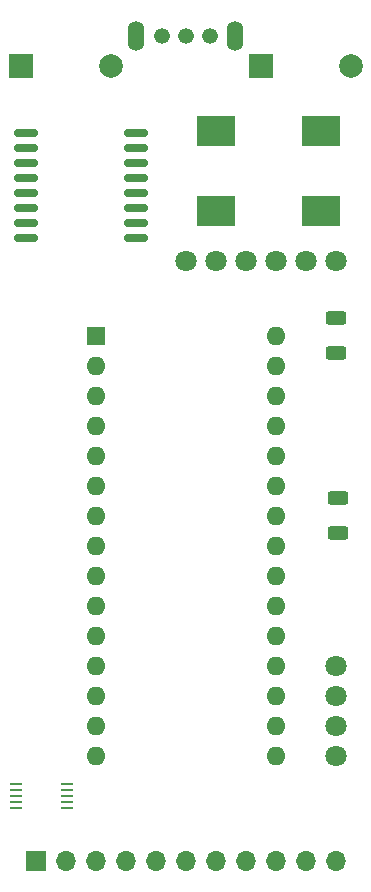
<source format=gbr>
%TF.GenerationSoftware,KiCad,Pcbnew,(6.0.4)*%
%TF.CreationDate,2022-04-23T15:23:27-04:00*%
%TF.ProjectId,smart penetrometer,736d6172-7420-4706-956e-6574726f6d65,rev?*%
%TF.SameCoordinates,Original*%
%TF.FileFunction,Soldermask,Top*%
%TF.FilePolarity,Negative*%
%FSLAX46Y46*%
G04 Gerber Fmt 4.6, Leading zero omitted, Abs format (unit mm)*
G04 Created by KiCad (PCBNEW (6.0.4)) date 2022-04-23 15:23:27*
%MOMM*%
%LPD*%
G01*
G04 APERTURE LIST*
G04 Aperture macros list*
%AMRoundRect*
0 Rectangle with rounded corners*
0 $1 Rounding radius*
0 $2 $3 $4 $5 $6 $7 $8 $9 X,Y pos of 4 corners*
0 Add a 4 corners polygon primitive as box body*
4,1,4,$2,$3,$4,$5,$6,$7,$8,$9,$2,$3,0*
0 Add four circle primitives for the rounded corners*
1,1,$1+$1,$2,$3*
1,1,$1+$1,$4,$5*
1,1,$1+$1,$6,$7*
1,1,$1+$1,$8,$9*
0 Add four rect primitives between the rounded corners*
20,1,$1+$1,$2,$3,$4,$5,0*
20,1,$1+$1,$4,$5,$6,$7,0*
20,1,$1+$1,$6,$7,$8,$9,0*
20,1,$1+$1,$8,$9,$2,$3,0*%
G04 Aperture macros list end*
%ADD10O,1.700000X1.700000*%
%ADD11R,1.700000X1.700000*%
%ADD12R,2.000000X2.000000*%
%ADD13C,2.000000*%
%ADD14C,1.800000*%
%ADD15O,1.424000X2.524000*%
%ADD16C,1.324000*%
%ADD17R,1.100000X0.250000*%
%ADD18RoundRect,0.150000X-0.875000X-0.150000X0.875000X-0.150000X0.875000X0.150000X-0.875000X0.150000X0*%
%ADD19RoundRect,0.250000X0.625000X-0.312500X0.625000X0.312500X-0.625000X0.312500X-0.625000X-0.312500X0*%
%ADD20R,3.300000X2.500000*%
%ADD21O,1.600000X1.600000*%
%ADD22R,1.600000X1.600000*%
G04 APERTURE END LIST*
D10*
%TO.C,J2*%
X138430000Y-148590000D03*
X135890000Y-148590000D03*
X133350000Y-148590000D03*
X130810000Y-148590000D03*
X128270000Y-148590000D03*
X125730000Y-148590000D03*
X123190000Y-148590000D03*
X120650000Y-148590000D03*
X118110000Y-148590000D03*
X115570000Y-148590000D03*
D11*
X113030000Y-148590000D03*
%TD*%
D12*
%TO.C,U7*%
X111760000Y-81280000D03*
D13*
X119380000Y-81280000D03*
%TD*%
D14*
%TO.C,U4*%
X138430000Y-132080000D03*
X138430000Y-134620000D03*
X138430000Y-137160000D03*
X138430000Y-139700000D03*
%TD*%
D12*
%TO.C,U3*%
X132080000Y-81280000D03*
D13*
X139700000Y-81280000D03*
%TD*%
D15*
%TO.C,J1*%
X121539000Y-78740000D03*
X129921000Y-78740000D03*
D16*
X123698000Y-78740000D03*
X125730000Y-78740000D03*
X127762000Y-78740000D03*
%TD*%
D14*
%TO.C,A1*%
X138430000Y-97790000D03*
X135890000Y-97790000D03*
X133350000Y-97790000D03*
X130810000Y-97790000D03*
X128270000Y-97790000D03*
X125730000Y-97790000D03*
%TD*%
D17*
%TO.C,U5*%
X115680000Y-142120000D03*
X115680000Y-142620000D03*
X115680000Y-143120000D03*
X115680000Y-143620000D03*
X115680000Y-144120000D03*
X111380000Y-144120000D03*
X111380000Y-143620000D03*
X111380000Y-143120000D03*
X111380000Y-142620000D03*
X111380000Y-142120000D03*
%TD*%
D18*
%TO.C,U2*%
X121490000Y-86995000D03*
X121490000Y-88265000D03*
X121490000Y-89535000D03*
X121490000Y-90805000D03*
X121490000Y-92075000D03*
X121490000Y-93345000D03*
X121490000Y-94615000D03*
X121490000Y-95885000D03*
X112190000Y-95885000D03*
X112190000Y-94615000D03*
X112190000Y-93345000D03*
X112190000Y-92075000D03*
X112190000Y-90805000D03*
X112190000Y-89535000D03*
X112190000Y-88265000D03*
X112190000Y-86995000D03*
%TD*%
D19*
%TO.C,R6*%
X138622500Y-117917500D03*
X138622500Y-120842500D03*
%TD*%
%TO.C,R5*%
X138430000Y-102677500D03*
X138430000Y-105602500D03*
%TD*%
D20*
%TO.C,D3*%
X137160000Y-93570000D03*
X137160000Y-86770000D03*
%TD*%
%TO.C,D2*%
X128270000Y-93570000D03*
X128270000Y-86770000D03*
%TD*%
D21*
%TO.C,A2*%
X133350000Y-139700000D03*
X118110000Y-139700000D03*
X133350000Y-104140000D03*
X118110000Y-137160000D03*
X133350000Y-106680000D03*
X118110000Y-134620000D03*
X133350000Y-109220000D03*
X118110000Y-132080000D03*
X133350000Y-111760000D03*
X118110000Y-129540000D03*
X133350000Y-114300000D03*
X118110000Y-127000000D03*
X133350000Y-116840000D03*
X118110000Y-124460000D03*
X133350000Y-119380000D03*
X118110000Y-121920000D03*
X133350000Y-121920000D03*
X118110000Y-119380000D03*
X133350000Y-124460000D03*
X118110000Y-116840000D03*
X133350000Y-127000000D03*
X118110000Y-114300000D03*
X133350000Y-129540000D03*
X118110000Y-111760000D03*
X133350000Y-132080000D03*
X118110000Y-109220000D03*
X133350000Y-134620000D03*
X118110000Y-106680000D03*
X133350000Y-137160000D03*
D22*
X118110000Y-104140000D03*
%TD*%
M02*

</source>
